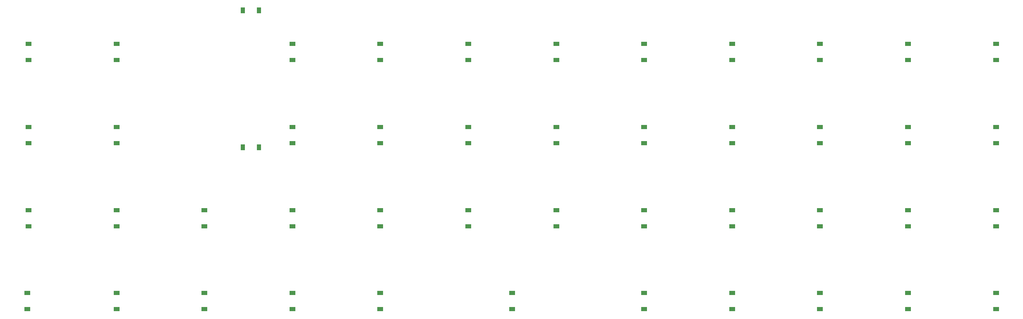
<source format=gbr>
%TF.GenerationSoftware,KiCad,Pcbnew,(5.1.9)-1*%
%TF.CreationDate,2021-08-02T02:46:02+02:00*%
%TF.ProjectId,rooster-pcb,726f6f73-7465-4722-9d70-63622e6b6963,rev?*%
%TF.SameCoordinates,Original*%
%TF.FileFunction,Paste,Bot*%
%TF.FilePolarity,Positive*%
%FSLAX46Y46*%
G04 Gerber Fmt 4.6, Leading zero omitted, Abs format (unit mm)*
G04 Created by KiCad (PCBNEW (5.1.9)-1) date 2021-08-02 02:46:02*
%MOMM*%
%LPD*%
G01*
G04 APERTURE LIST*
%ADD10R,1.200000X0.900000*%
%ADD11R,0.900000X1.200000*%
G04 APERTURE END LIST*
D10*
%TO.C,D0-0*%
X45500000Y-47900000D03*
X45500000Y-44600000D03*
%TD*%
%TO.C,D3-11*%
X243500000Y-98900000D03*
X243500000Y-95600000D03*
%TD*%
%TO.C,D3-10*%
X225500000Y-98900000D03*
X225500000Y-95600000D03*
%TD*%
%TO.C,D3-9*%
X207500000Y-98900000D03*
X207500000Y-95600000D03*
%TD*%
%TO.C,D3-8*%
X189500000Y-98900000D03*
X189500000Y-95600000D03*
%TD*%
%TO.C,D3-7*%
X171500000Y-98900000D03*
X171500000Y-95600000D03*
%TD*%
%TO.C,D3-5*%
X144500000Y-98900000D03*
X144500000Y-95600000D03*
%TD*%
%TO.C,D3-4*%
X117500000Y-98900000D03*
X117500000Y-95600000D03*
%TD*%
%TO.C,D3-3*%
X99500000Y-98900000D03*
X99500000Y-95600000D03*
%TD*%
%TO.C,D3-2*%
X81500000Y-98900000D03*
X81500000Y-95600000D03*
%TD*%
%TO.C,D3-1*%
X63500000Y-98900000D03*
X63500000Y-95600000D03*
%TD*%
%TO.C,D3-0*%
X45250000Y-98900000D03*
X45250000Y-95600000D03*
%TD*%
%TO.C,D2-11*%
X243500000Y-81900000D03*
X243500000Y-78600000D03*
%TD*%
%TO.C,D2-10*%
X225500000Y-81900000D03*
X225500000Y-78600000D03*
%TD*%
%TO.C,D2-9*%
X207500000Y-81900000D03*
X207500000Y-78600000D03*
%TD*%
%TO.C,D2-8*%
X189500000Y-81900000D03*
X189500000Y-78600000D03*
%TD*%
%TO.C,D2-7*%
X171500000Y-81900000D03*
X171500000Y-78600000D03*
%TD*%
%TO.C,D2-6*%
X153500000Y-81900000D03*
X153500000Y-78600000D03*
%TD*%
%TO.C,D2-5*%
X135500000Y-81900000D03*
X135500000Y-78600000D03*
%TD*%
%TO.C,D2-4*%
X117500000Y-81900000D03*
X117500000Y-78600000D03*
%TD*%
%TO.C,D2-3*%
X99500000Y-81900000D03*
X99500000Y-78600000D03*
%TD*%
%TO.C,D2-2*%
X81500000Y-81900000D03*
X81500000Y-78600000D03*
%TD*%
%TO.C,D2-1*%
X63500000Y-81900000D03*
X63500000Y-78600000D03*
%TD*%
%TO.C,D2-0*%
X45500000Y-81900000D03*
X45500000Y-78600000D03*
%TD*%
%TO.C,D1-11*%
X243500000Y-64900000D03*
X243500000Y-61600000D03*
%TD*%
%TO.C,D1-10*%
X225500000Y-64900000D03*
X225500000Y-61600000D03*
%TD*%
%TO.C,D1-9*%
X207500000Y-64900000D03*
X207500000Y-61600000D03*
%TD*%
%TO.C,D1-8*%
X189500000Y-64900000D03*
X189500000Y-61600000D03*
%TD*%
%TO.C,D1-7*%
X171500000Y-64900000D03*
X171500000Y-61600000D03*
%TD*%
%TO.C,D1-6*%
X153500000Y-64900000D03*
X153500000Y-61600000D03*
%TD*%
%TO.C,D1-5*%
X135500000Y-64900000D03*
X135500000Y-61600000D03*
%TD*%
%TO.C,D1-4*%
X117500000Y-64900000D03*
X117500000Y-61600000D03*
%TD*%
%TO.C,D1-3*%
X99500000Y-64900000D03*
X99500000Y-61600000D03*
%TD*%
D11*
%TO.C,D1-2*%
X89350000Y-65750000D03*
X92650000Y-65750000D03*
%TD*%
D10*
%TO.C,D1-1*%
X63500000Y-64900000D03*
X63500000Y-61600000D03*
%TD*%
%TO.C,D1-0*%
X45500000Y-64900000D03*
X45500000Y-61600000D03*
%TD*%
%TO.C,D0-11*%
X243500000Y-47900000D03*
X243500000Y-44600000D03*
%TD*%
%TO.C,D0-10*%
X225500000Y-47900000D03*
X225500000Y-44600000D03*
%TD*%
%TO.C,D0-9*%
X207500000Y-47900000D03*
X207500000Y-44600000D03*
%TD*%
%TO.C,D0-8*%
X189500000Y-47900000D03*
X189500000Y-44600000D03*
%TD*%
%TO.C,D0-7*%
X171500000Y-47900000D03*
X171500000Y-44600000D03*
%TD*%
%TO.C,D0-6*%
X153500000Y-47900000D03*
X153500000Y-44600000D03*
%TD*%
%TO.C,D0-5*%
X135500000Y-47900000D03*
X135500000Y-44600000D03*
%TD*%
%TO.C,D0-4*%
X117500000Y-47900000D03*
X117500000Y-44600000D03*
%TD*%
%TO.C,D0-3*%
X99500000Y-47900000D03*
X99500000Y-44600000D03*
%TD*%
D11*
%TO.C,D0-2*%
X89350000Y-37750000D03*
X92650000Y-37750000D03*
%TD*%
D10*
%TO.C,D0-1*%
X63500000Y-47900000D03*
X63500000Y-44600000D03*
%TD*%
M02*

</source>
